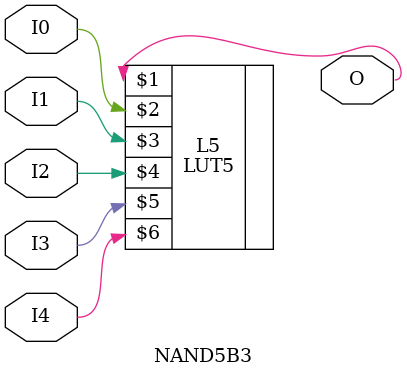
<source format=v>


`timescale  1 ps / 1 ps


module NAND5B3 (O, I0, I1, I2, I3, I4);

    output O;

    input  I0, I1, I2, I3, I4;

    LUT5 #(.INIT(32'hFEFFFFFF)) L5 (O, I0, I1, I2, I3, I4);

endmodule

</source>
